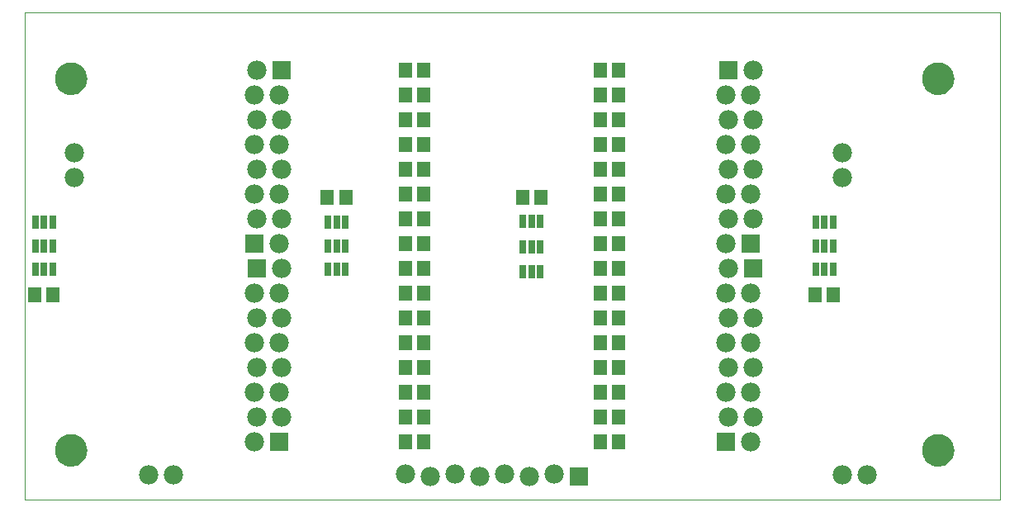
<source format=gbs>
G75*
G70*
%OFA0B0*%
%FSLAX24Y24*%
%IPPOS*%
%LPD*%
%AMOC8*
5,1,8,0,0,1.08239X$1,22.5*
%
%ADD10C,0.0000*%
%ADD11R,0.0780X0.0780*%
%ADD12C,0.0780*%
%ADD13R,0.0552X0.0631*%
%ADD14C,0.1300*%
%ADD15R,0.0290X0.0540*%
D10*
X000190Y000180D02*
X039561Y000180D01*
X039561Y019865D01*
X000190Y019865D01*
X000190Y000180D01*
X001431Y002180D02*
X001433Y002230D01*
X001439Y002280D01*
X001449Y002329D01*
X001463Y002377D01*
X001480Y002424D01*
X001501Y002469D01*
X001526Y002513D01*
X001554Y002554D01*
X001586Y002593D01*
X001620Y002630D01*
X001657Y002664D01*
X001697Y002694D01*
X001739Y002721D01*
X001783Y002745D01*
X001829Y002766D01*
X001876Y002782D01*
X001924Y002795D01*
X001974Y002804D01*
X002023Y002809D01*
X002074Y002810D01*
X002124Y002807D01*
X002173Y002800D01*
X002222Y002789D01*
X002270Y002774D01*
X002316Y002756D01*
X002361Y002734D01*
X002404Y002708D01*
X002445Y002679D01*
X002484Y002647D01*
X002520Y002612D01*
X002552Y002574D01*
X002582Y002534D01*
X002609Y002491D01*
X002632Y002447D01*
X002651Y002401D01*
X002667Y002353D01*
X002679Y002304D01*
X002687Y002255D01*
X002691Y002205D01*
X002691Y002155D01*
X002687Y002105D01*
X002679Y002056D01*
X002667Y002007D01*
X002651Y001959D01*
X002632Y001913D01*
X002609Y001869D01*
X002582Y001826D01*
X002552Y001786D01*
X002520Y001748D01*
X002484Y001713D01*
X002445Y001681D01*
X002404Y001652D01*
X002361Y001626D01*
X002316Y001604D01*
X002270Y001586D01*
X002222Y001571D01*
X002173Y001560D01*
X002124Y001553D01*
X002074Y001550D01*
X002023Y001551D01*
X001974Y001556D01*
X001924Y001565D01*
X001876Y001578D01*
X001829Y001594D01*
X001783Y001615D01*
X001739Y001639D01*
X001697Y001666D01*
X001657Y001696D01*
X001620Y001730D01*
X001586Y001767D01*
X001554Y001806D01*
X001526Y001847D01*
X001501Y001891D01*
X001480Y001936D01*
X001463Y001983D01*
X001449Y002031D01*
X001439Y002080D01*
X001433Y002130D01*
X001431Y002180D01*
X001431Y017180D02*
X001433Y017230D01*
X001439Y017280D01*
X001449Y017329D01*
X001463Y017377D01*
X001480Y017424D01*
X001501Y017469D01*
X001526Y017513D01*
X001554Y017554D01*
X001586Y017593D01*
X001620Y017630D01*
X001657Y017664D01*
X001697Y017694D01*
X001739Y017721D01*
X001783Y017745D01*
X001829Y017766D01*
X001876Y017782D01*
X001924Y017795D01*
X001974Y017804D01*
X002023Y017809D01*
X002074Y017810D01*
X002124Y017807D01*
X002173Y017800D01*
X002222Y017789D01*
X002270Y017774D01*
X002316Y017756D01*
X002361Y017734D01*
X002404Y017708D01*
X002445Y017679D01*
X002484Y017647D01*
X002520Y017612D01*
X002552Y017574D01*
X002582Y017534D01*
X002609Y017491D01*
X002632Y017447D01*
X002651Y017401D01*
X002667Y017353D01*
X002679Y017304D01*
X002687Y017255D01*
X002691Y017205D01*
X002691Y017155D01*
X002687Y017105D01*
X002679Y017056D01*
X002667Y017007D01*
X002651Y016959D01*
X002632Y016913D01*
X002609Y016869D01*
X002582Y016826D01*
X002552Y016786D01*
X002520Y016748D01*
X002484Y016713D01*
X002445Y016681D01*
X002404Y016652D01*
X002361Y016626D01*
X002316Y016604D01*
X002270Y016586D01*
X002222Y016571D01*
X002173Y016560D01*
X002124Y016553D01*
X002074Y016550D01*
X002023Y016551D01*
X001974Y016556D01*
X001924Y016565D01*
X001876Y016578D01*
X001829Y016594D01*
X001783Y016615D01*
X001739Y016639D01*
X001697Y016666D01*
X001657Y016696D01*
X001620Y016730D01*
X001586Y016767D01*
X001554Y016806D01*
X001526Y016847D01*
X001501Y016891D01*
X001480Y016936D01*
X001463Y016983D01*
X001449Y017031D01*
X001439Y017080D01*
X001433Y017130D01*
X001431Y017180D01*
X036431Y017180D02*
X036433Y017230D01*
X036439Y017280D01*
X036449Y017329D01*
X036463Y017377D01*
X036480Y017424D01*
X036501Y017469D01*
X036526Y017513D01*
X036554Y017554D01*
X036586Y017593D01*
X036620Y017630D01*
X036657Y017664D01*
X036697Y017694D01*
X036739Y017721D01*
X036783Y017745D01*
X036829Y017766D01*
X036876Y017782D01*
X036924Y017795D01*
X036974Y017804D01*
X037023Y017809D01*
X037074Y017810D01*
X037124Y017807D01*
X037173Y017800D01*
X037222Y017789D01*
X037270Y017774D01*
X037316Y017756D01*
X037361Y017734D01*
X037404Y017708D01*
X037445Y017679D01*
X037484Y017647D01*
X037520Y017612D01*
X037552Y017574D01*
X037582Y017534D01*
X037609Y017491D01*
X037632Y017447D01*
X037651Y017401D01*
X037667Y017353D01*
X037679Y017304D01*
X037687Y017255D01*
X037691Y017205D01*
X037691Y017155D01*
X037687Y017105D01*
X037679Y017056D01*
X037667Y017007D01*
X037651Y016959D01*
X037632Y016913D01*
X037609Y016869D01*
X037582Y016826D01*
X037552Y016786D01*
X037520Y016748D01*
X037484Y016713D01*
X037445Y016681D01*
X037404Y016652D01*
X037361Y016626D01*
X037316Y016604D01*
X037270Y016586D01*
X037222Y016571D01*
X037173Y016560D01*
X037124Y016553D01*
X037074Y016550D01*
X037023Y016551D01*
X036974Y016556D01*
X036924Y016565D01*
X036876Y016578D01*
X036829Y016594D01*
X036783Y016615D01*
X036739Y016639D01*
X036697Y016666D01*
X036657Y016696D01*
X036620Y016730D01*
X036586Y016767D01*
X036554Y016806D01*
X036526Y016847D01*
X036501Y016891D01*
X036480Y016936D01*
X036463Y016983D01*
X036449Y017031D01*
X036439Y017080D01*
X036433Y017130D01*
X036431Y017180D01*
X036431Y002180D02*
X036433Y002230D01*
X036439Y002280D01*
X036449Y002329D01*
X036463Y002377D01*
X036480Y002424D01*
X036501Y002469D01*
X036526Y002513D01*
X036554Y002554D01*
X036586Y002593D01*
X036620Y002630D01*
X036657Y002664D01*
X036697Y002694D01*
X036739Y002721D01*
X036783Y002745D01*
X036829Y002766D01*
X036876Y002782D01*
X036924Y002795D01*
X036974Y002804D01*
X037023Y002809D01*
X037074Y002810D01*
X037124Y002807D01*
X037173Y002800D01*
X037222Y002789D01*
X037270Y002774D01*
X037316Y002756D01*
X037361Y002734D01*
X037404Y002708D01*
X037445Y002679D01*
X037484Y002647D01*
X037520Y002612D01*
X037552Y002574D01*
X037582Y002534D01*
X037609Y002491D01*
X037632Y002447D01*
X037651Y002401D01*
X037667Y002353D01*
X037679Y002304D01*
X037687Y002255D01*
X037691Y002205D01*
X037691Y002155D01*
X037687Y002105D01*
X037679Y002056D01*
X037667Y002007D01*
X037651Y001959D01*
X037632Y001913D01*
X037609Y001869D01*
X037582Y001826D01*
X037552Y001786D01*
X037520Y001748D01*
X037484Y001713D01*
X037445Y001681D01*
X037404Y001652D01*
X037361Y001626D01*
X037316Y001604D01*
X037270Y001586D01*
X037222Y001571D01*
X037173Y001560D01*
X037124Y001553D01*
X037074Y001550D01*
X037023Y001551D01*
X036974Y001556D01*
X036924Y001565D01*
X036876Y001578D01*
X036829Y001594D01*
X036783Y001615D01*
X036739Y001639D01*
X036697Y001666D01*
X036657Y001696D01*
X036620Y001730D01*
X036586Y001767D01*
X036554Y001806D01*
X036526Y001847D01*
X036501Y001891D01*
X036480Y001936D01*
X036463Y001983D01*
X036449Y002031D01*
X036439Y002080D01*
X036433Y002130D01*
X036431Y002180D01*
D11*
X028511Y002523D03*
X022561Y001130D03*
X010483Y002523D03*
X009583Y009523D03*
X009483Y010523D03*
X010583Y017523D03*
X028611Y017523D03*
X029511Y010523D03*
X029611Y009523D03*
D12*
X028611Y009523D03*
X028511Y010523D03*
X028611Y011523D03*
X029611Y011523D03*
X029511Y012523D03*
X028511Y012523D03*
X028611Y013523D03*
X029611Y013523D03*
X029511Y014523D03*
X028511Y014523D03*
X028611Y015523D03*
X029611Y015523D03*
X029511Y016523D03*
X028511Y016523D03*
X029611Y017523D03*
X033190Y014180D03*
X033190Y013180D03*
X029511Y008523D03*
X028511Y008523D03*
X028611Y007523D03*
X029611Y007523D03*
X029511Y006523D03*
X028511Y006523D03*
X028611Y005523D03*
X029611Y005523D03*
X029511Y004523D03*
X028511Y004523D03*
X028611Y003523D03*
X029611Y003523D03*
X029511Y002523D03*
X033190Y001180D03*
X034190Y001180D03*
X021561Y001230D03*
X020561Y001130D03*
X019561Y001230D03*
X018561Y001130D03*
X017561Y001230D03*
X016561Y001130D03*
X015561Y001230D03*
X010583Y003523D03*
X009583Y003523D03*
X009483Y004523D03*
X010483Y004523D03*
X010583Y005523D03*
X009583Y005523D03*
X009483Y006523D03*
X010483Y006523D03*
X010583Y007523D03*
X009583Y007523D03*
X009483Y008523D03*
X010483Y008523D03*
X010583Y009523D03*
X010483Y010523D03*
X010583Y011523D03*
X009583Y011523D03*
X009483Y012523D03*
X010483Y012523D03*
X010583Y013523D03*
X009583Y013523D03*
X009483Y014523D03*
X010483Y014523D03*
X010583Y015523D03*
X009583Y015523D03*
X009483Y016523D03*
X010483Y016523D03*
X009583Y017523D03*
X002190Y014180D03*
X002190Y013180D03*
X009483Y002523D03*
X006190Y001180D03*
X005190Y001180D03*
D13*
X015564Y002523D03*
X016313Y002523D03*
X016313Y003523D03*
X015564Y003523D03*
X015564Y004523D03*
X016313Y004523D03*
X016313Y005523D03*
X015564Y005523D03*
X015564Y006523D03*
X016313Y006523D03*
X016313Y007523D03*
X015564Y007523D03*
X015564Y008523D03*
X016313Y008523D03*
X016313Y009523D03*
X015564Y009523D03*
X015564Y010523D03*
X016313Y010523D03*
X016313Y011523D03*
X015564Y011523D03*
X015564Y012523D03*
X016313Y012523D03*
X016313Y013523D03*
X015564Y013523D03*
X015564Y014523D03*
X016313Y014523D03*
X016313Y015523D03*
X015564Y015523D03*
X015564Y016523D03*
X016313Y016523D03*
X016313Y017523D03*
X015564Y017523D03*
X023439Y017523D03*
X024187Y017523D03*
X024187Y016523D03*
X023439Y016523D03*
X023439Y015523D03*
X024187Y015523D03*
X024187Y014523D03*
X023439Y014523D03*
X023439Y013523D03*
X024187Y013523D03*
X024187Y012523D03*
X023439Y012523D03*
X023439Y011523D03*
X024187Y011523D03*
X024187Y010523D03*
X023439Y010523D03*
X023439Y009523D03*
X024187Y009523D03*
X024187Y008523D03*
X023439Y008523D03*
X023439Y007523D03*
X024187Y007523D03*
X024187Y006523D03*
X023439Y006523D03*
X023439Y005523D03*
X024187Y005523D03*
X024187Y004523D03*
X023439Y004523D03*
X023439Y003523D03*
X024187Y003523D03*
X024187Y002523D03*
X023439Y002523D03*
X032100Y008448D03*
X032848Y008448D03*
X021037Y012385D03*
X020289Y012385D03*
X013163Y012385D03*
X012415Y012385D03*
X001352Y008448D03*
X000604Y008448D03*
D14*
X002061Y002180D03*
X002061Y017180D03*
X037061Y017180D03*
X037061Y002180D03*
D15*
X032824Y009485D03*
X032474Y009485D03*
X032124Y009485D03*
X032124Y010430D03*
X032474Y010430D03*
X032824Y010430D03*
X032824Y011375D03*
X032474Y011375D03*
X032124Y011375D03*
X021013Y011426D03*
X020663Y011426D03*
X020313Y011426D03*
X020313Y010402D03*
X020663Y010402D03*
X021013Y010402D03*
X021013Y009379D03*
X020663Y009379D03*
X020313Y009379D03*
X013139Y009485D03*
X012789Y009485D03*
X012439Y009485D03*
X012439Y010430D03*
X012789Y010430D03*
X013139Y010430D03*
X013139Y011375D03*
X012789Y011375D03*
X012439Y011375D03*
X001328Y011375D03*
X000978Y011375D03*
X000628Y011375D03*
X000628Y010430D03*
X000978Y010430D03*
X001328Y010430D03*
X001328Y009485D03*
X000978Y009485D03*
X000628Y009485D03*
M02*

</source>
